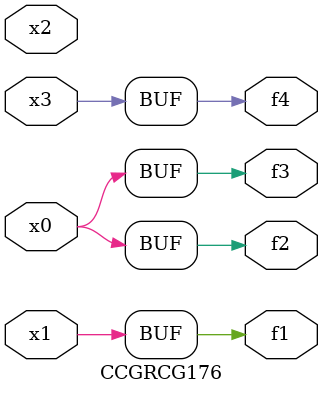
<source format=v>
module CCGRCG176(
	input x0, x1, x2, x3,
	output f1, f2, f3, f4
);
	assign f1 = x1;
	assign f2 = x0;
	assign f3 = x0;
	assign f4 = x3;
endmodule

</source>
